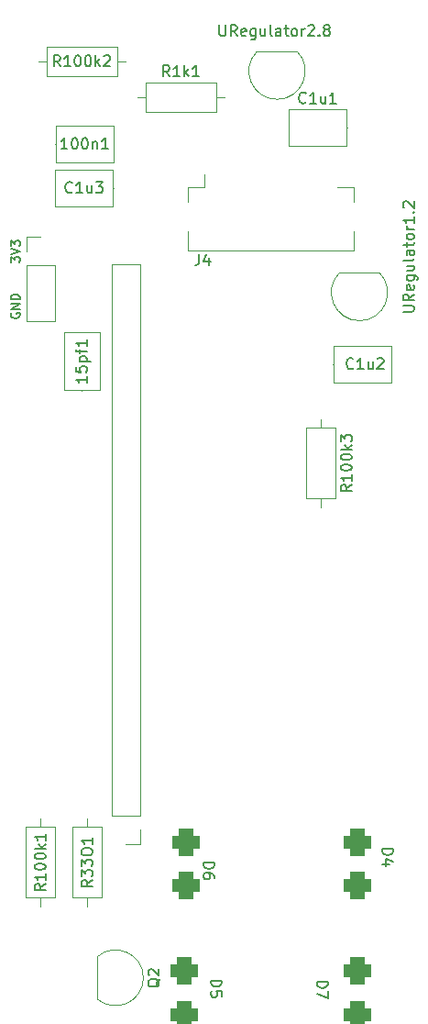
<source format=gto>
G04 #@! TF.GenerationSoftware,KiCad,Pcbnew,(6.0.7)*
G04 #@! TF.CreationDate,2023-02-03T15:20:41+01:00*
G04 #@! TF.ProjectId,vogelhuisje_camera_board,766f6765-6c68-4756-9973-6a655f63616d,rev?*
G04 #@! TF.SameCoordinates,Original*
G04 #@! TF.FileFunction,Legend,Top*
G04 #@! TF.FilePolarity,Positive*
%FSLAX46Y46*%
G04 Gerber Fmt 4.6, Leading zero omitted, Abs format (unit mm)*
G04 Created by KiCad (PCBNEW (6.0.7)) date 2023-02-03 15:20:41*
%MOMM*%
%LPD*%
G01*
G04 APERTURE LIST*
G04 Aperture macros list*
%AMRoundRect*
0 Rectangle with rounded corners*
0 $1 Rounding radius*
0 $2 $3 $4 $5 $6 $7 $8 $9 X,Y pos of 4 corners*
0 Add a 4 corners polygon primitive as box body*
4,1,4,$2,$3,$4,$5,$6,$7,$8,$9,$2,$3,0*
0 Add four circle primitives for the rounded corners*
1,1,$1+$1,$2,$3*
1,1,$1+$1,$4,$5*
1,1,$1+$1,$6,$7*
1,1,$1+$1,$8,$9*
0 Add four rect primitives between the rounded corners*
20,1,$1+$1,$2,$3,$4,$5,0*
20,1,$1+$1,$4,$5,$6,$7,0*
20,1,$1+$1,$6,$7,$8,$9,0*
20,1,$1+$1,$8,$9,$2,$3,0*%
G04 Aperture macros list end*
%ADD10C,0.152400*%
%ADD11C,0.150000*%
%ADD12C,0.120000*%
%ADD13RoundRect,0.625000X0.675000X0.625000X-0.675000X0.625000X-0.675000X-0.625000X0.675000X-0.625000X0*%
%ADD14C,1.600000*%
%ADD15O,1.600000X1.600000*%
%ADD16R,1.500000X1.050000*%
%ADD17O,1.500000X1.050000*%
%ADD18R,0.300000X1.300000*%
%ADD19R,1.800000X2.200000*%
%ADD20R,1.700000X1.700000*%
%ADD21O,1.700000X1.700000*%
%ADD22R,1.300000X1.300000*%
%ADD23C,1.300000*%
G04 APERTURE END LIST*
D10*
X91033600Y-83169276D02*
X90994895Y-83246685D01*
X90994895Y-83362800D01*
X91033600Y-83478914D01*
X91111009Y-83556323D01*
X91188419Y-83595028D01*
X91343238Y-83633733D01*
X91459352Y-83633733D01*
X91614171Y-83595028D01*
X91691580Y-83556323D01*
X91768990Y-83478914D01*
X91807695Y-83362800D01*
X91807695Y-83285390D01*
X91768990Y-83169276D01*
X91730285Y-83130571D01*
X91459352Y-83130571D01*
X91459352Y-83285390D01*
X91807695Y-82782228D02*
X90994895Y-82782228D01*
X91807695Y-82317771D01*
X90994895Y-82317771D01*
X91807695Y-81930723D02*
X90994895Y-81930723D01*
X90994895Y-81737200D01*
X91033600Y-81621085D01*
X91111009Y-81543676D01*
X91188419Y-81504971D01*
X91343238Y-81466266D01*
X91459352Y-81466266D01*
X91614171Y-81504971D01*
X91691580Y-81543676D01*
X91768990Y-81621085D01*
X91807695Y-81737200D01*
X91807695Y-81930723D01*
X90994895Y-78476323D02*
X90994895Y-77973161D01*
X91304533Y-78244095D01*
X91304533Y-78127980D01*
X91343238Y-78050571D01*
X91381942Y-78011866D01*
X91459352Y-77973161D01*
X91652876Y-77973161D01*
X91730285Y-78011866D01*
X91768990Y-78050571D01*
X91807695Y-78127980D01*
X91807695Y-78360209D01*
X91768990Y-78437619D01*
X91730285Y-78476323D01*
X90994895Y-77740933D02*
X91807695Y-77470000D01*
X90994895Y-77199066D01*
X90994895Y-77005542D02*
X90994895Y-76502380D01*
X91304533Y-76773314D01*
X91304533Y-76657200D01*
X91343238Y-76579790D01*
X91381942Y-76541085D01*
X91459352Y-76502380D01*
X91652876Y-76502380D01*
X91730285Y-76541085D01*
X91768990Y-76579790D01*
X91807695Y-76657200D01*
X91807695Y-76889428D01*
X91768990Y-76966838D01*
X91730285Y-77005542D01*
D11*
X119247619Y-144861904D02*
X120247619Y-144861904D01*
X120247619Y-145100000D01*
X120200000Y-145242857D01*
X120104761Y-145338095D01*
X120009523Y-145385714D01*
X119819047Y-145433333D01*
X119676190Y-145433333D01*
X119485714Y-145385714D01*
X119390476Y-145338095D01*
X119295238Y-145242857D01*
X119247619Y-145100000D01*
X119247619Y-144861904D01*
X120247619Y-145766666D02*
X120247619Y-146433333D01*
X119247619Y-146004761D01*
X95536000Y-60396380D02*
X95202666Y-59920190D01*
X94964571Y-60396380D02*
X94964571Y-59396380D01*
X95345523Y-59396380D01*
X95440761Y-59444000D01*
X95488380Y-59491619D01*
X95536000Y-59586857D01*
X95536000Y-59729714D01*
X95488380Y-59824952D01*
X95440761Y-59872571D01*
X95345523Y-59920190D01*
X94964571Y-59920190D01*
X96488380Y-60396380D02*
X95916952Y-60396380D01*
X96202666Y-60396380D02*
X96202666Y-59396380D01*
X96107428Y-59539238D01*
X96012190Y-59634476D01*
X95916952Y-59682095D01*
X97107428Y-59396380D02*
X97202666Y-59396380D01*
X97297904Y-59444000D01*
X97345523Y-59491619D01*
X97393142Y-59586857D01*
X97440761Y-59777333D01*
X97440761Y-60015428D01*
X97393142Y-60205904D01*
X97345523Y-60301142D01*
X97297904Y-60348761D01*
X97202666Y-60396380D01*
X97107428Y-60396380D01*
X97012190Y-60348761D01*
X96964571Y-60301142D01*
X96916952Y-60205904D01*
X96869333Y-60015428D01*
X96869333Y-59777333D01*
X96916952Y-59586857D01*
X96964571Y-59491619D01*
X97012190Y-59444000D01*
X97107428Y-59396380D01*
X98059809Y-59396380D02*
X98155047Y-59396380D01*
X98250285Y-59444000D01*
X98297904Y-59491619D01*
X98345523Y-59586857D01*
X98393142Y-59777333D01*
X98393142Y-60015428D01*
X98345523Y-60205904D01*
X98297904Y-60301142D01*
X98250285Y-60348761D01*
X98155047Y-60396380D01*
X98059809Y-60396380D01*
X97964571Y-60348761D01*
X97916952Y-60301142D01*
X97869333Y-60205904D01*
X97821714Y-60015428D01*
X97821714Y-59777333D01*
X97869333Y-59586857D01*
X97916952Y-59491619D01*
X97964571Y-59444000D01*
X98059809Y-59396380D01*
X98821714Y-60396380D02*
X98821714Y-59396380D01*
X98916952Y-60015428D02*
X99202666Y-60396380D01*
X99202666Y-59729714D02*
X98821714Y-60110666D01*
X99583619Y-59491619D02*
X99631238Y-59444000D01*
X99726476Y-59396380D01*
X99964571Y-59396380D01*
X100059809Y-59444000D01*
X100107428Y-59491619D01*
X100155047Y-59586857D01*
X100155047Y-59682095D01*
X100107428Y-59824952D01*
X99536000Y-60396380D01*
X100155047Y-60396380D01*
X104749619Y-144611238D02*
X104702000Y-144706476D01*
X104606761Y-144801714D01*
X104463904Y-144944571D01*
X104416285Y-145039809D01*
X104416285Y-145135047D01*
X104654380Y-145087428D02*
X104606761Y-145182666D01*
X104511523Y-145277904D01*
X104321047Y-145325523D01*
X103987714Y-145325523D01*
X103797238Y-145277904D01*
X103702000Y-145182666D01*
X103654380Y-145087428D01*
X103654380Y-144896952D01*
X103702000Y-144801714D01*
X103797238Y-144706476D01*
X103987714Y-144658857D01*
X104321047Y-144658857D01*
X104511523Y-144706476D01*
X104606761Y-144801714D01*
X104654380Y-144896952D01*
X104654380Y-145087428D01*
X103749619Y-144277904D02*
X103702000Y-144230285D01*
X103654380Y-144135047D01*
X103654380Y-143896952D01*
X103702000Y-143801714D01*
X103749619Y-143754095D01*
X103844857Y-143706476D01*
X103940095Y-143706476D01*
X104082952Y-143754095D01*
X104654380Y-144325523D01*
X104654380Y-143706476D01*
X108767619Y-133881904D02*
X109767619Y-133881904D01*
X109767619Y-134120000D01*
X109720000Y-134262857D01*
X109624761Y-134358095D01*
X109529523Y-134405714D01*
X109339047Y-134453333D01*
X109196190Y-134453333D01*
X109005714Y-134405714D01*
X108910476Y-134358095D01*
X108815238Y-134262857D01*
X108767619Y-134120000D01*
X108767619Y-133881904D01*
X109767619Y-135310476D02*
X109767619Y-135120000D01*
X109720000Y-135024761D01*
X109672380Y-134977142D01*
X109529523Y-134881904D01*
X109339047Y-134834285D01*
X108958095Y-134834285D01*
X108862857Y-134881904D01*
X108815238Y-134929523D01*
X108767619Y-135024761D01*
X108767619Y-135215238D01*
X108815238Y-135310476D01*
X108862857Y-135358095D01*
X108958095Y-135405714D01*
X109196190Y-135405714D01*
X109291428Y-135358095D01*
X109339047Y-135310476D01*
X109386666Y-135215238D01*
X109386666Y-135024761D01*
X109339047Y-134929523D01*
X109291428Y-134881904D01*
X109196190Y-134834285D01*
X108366666Y-77752380D02*
X108366666Y-78466666D01*
X108319047Y-78609523D01*
X108223809Y-78704761D01*
X108080952Y-78752380D01*
X107985714Y-78752380D01*
X109271428Y-78085714D02*
X109271428Y-78752380D01*
X109033333Y-77704761D02*
X108795238Y-78419047D01*
X109414285Y-78419047D01*
X122602761Y-88241142D02*
X122555142Y-88288761D01*
X122412285Y-88336380D01*
X122317047Y-88336380D01*
X122174190Y-88288761D01*
X122078952Y-88193523D01*
X122031333Y-88098285D01*
X121983714Y-87907809D01*
X121983714Y-87764952D01*
X122031333Y-87574476D01*
X122078952Y-87479238D01*
X122174190Y-87384000D01*
X122317047Y-87336380D01*
X122412285Y-87336380D01*
X122555142Y-87384000D01*
X122602761Y-87431619D01*
X123555142Y-88336380D02*
X122983714Y-88336380D01*
X123269428Y-88336380D02*
X123269428Y-87336380D01*
X123174190Y-87479238D01*
X123078952Y-87574476D01*
X122983714Y-87622095D01*
X124412285Y-87669714D02*
X124412285Y-88336380D01*
X123983714Y-87669714D02*
X123983714Y-88193523D01*
X124031333Y-88288761D01*
X124126571Y-88336380D01*
X124269428Y-88336380D01*
X124364666Y-88288761D01*
X124412285Y-88241142D01*
X124840857Y-87431619D02*
X124888476Y-87384000D01*
X124983714Y-87336380D01*
X125221809Y-87336380D01*
X125317047Y-87384000D01*
X125364666Y-87431619D01*
X125412285Y-87526857D01*
X125412285Y-87622095D01*
X125364666Y-87764952D01*
X124793238Y-88336380D01*
X125412285Y-88336380D01*
X122456380Y-99028000D02*
X121980190Y-99361333D01*
X122456380Y-99599428D02*
X121456380Y-99599428D01*
X121456380Y-99218476D01*
X121504000Y-99123238D01*
X121551619Y-99075619D01*
X121646857Y-99028000D01*
X121789714Y-99028000D01*
X121884952Y-99075619D01*
X121932571Y-99123238D01*
X121980190Y-99218476D01*
X121980190Y-99599428D01*
X122456380Y-98075619D02*
X122456380Y-98647047D01*
X122456380Y-98361333D02*
X121456380Y-98361333D01*
X121599238Y-98456571D01*
X121694476Y-98551809D01*
X121742095Y-98647047D01*
X121456380Y-97456571D02*
X121456380Y-97361333D01*
X121504000Y-97266095D01*
X121551619Y-97218476D01*
X121646857Y-97170857D01*
X121837333Y-97123238D01*
X122075428Y-97123238D01*
X122265904Y-97170857D01*
X122361142Y-97218476D01*
X122408761Y-97266095D01*
X122456380Y-97361333D01*
X122456380Y-97456571D01*
X122408761Y-97551809D01*
X122361142Y-97599428D01*
X122265904Y-97647047D01*
X122075428Y-97694666D01*
X121837333Y-97694666D01*
X121646857Y-97647047D01*
X121551619Y-97599428D01*
X121504000Y-97551809D01*
X121456380Y-97456571D01*
X121456380Y-96504190D02*
X121456380Y-96408952D01*
X121504000Y-96313714D01*
X121551619Y-96266095D01*
X121646857Y-96218476D01*
X121837333Y-96170857D01*
X122075428Y-96170857D01*
X122265904Y-96218476D01*
X122361142Y-96266095D01*
X122408761Y-96313714D01*
X122456380Y-96408952D01*
X122456380Y-96504190D01*
X122408761Y-96599428D01*
X122361142Y-96647047D01*
X122265904Y-96694666D01*
X122075428Y-96742285D01*
X121837333Y-96742285D01*
X121646857Y-96694666D01*
X121551619Y-96647047D01*
X121504000Y-96599428D01*
X121456380Y-96504190D01*
X122456380Y-95742285D02*
X121456380Y-95742285D01*
X122075428Y-95647047D02*
X122456380Y-95361333D01*
X121789714Y-95361333D02*
X122170666Y-95742285D01*
X121456380Y-95028000D02*
X121456380Y-94408952D01*
X121837333Y-94742285D01*
X121837333Y-94599428D01*
X121884952Y-94504190D01*
X121932571Y-94456571D01*
X122027809Y-94408952D01*
X122265904Y-94408952D01*
X122361142Y-94456571D01*
X122408761Y-94504190D01*
X122456380Y-94599428D01*
X122456380Y-94885142D01*
X122408761Y-94980380D01*
X122361142Y-95028000D01*
X110244571Y-56602380D02*
X110244571Y-57411904D01*
X110292190Y-57507142D01*
X110339809Y-57554761D01*
X110435047Y-57602380D01*
X110625523Y-57602380D01*
X110720761Y-57554761D01*
X110768380Y-57507142D01*
X110816000Y-57411904D01*
X110816000Y-56602380D01*
X111863619Y-57602380D02*
X111530285Y-57126190D01*
X111292190Y-57602380D02*
X111292190Y-56602380D01*
X111673142Y-56602380D01*
X111768380Y-56650000D01*
X111816000Y-56697619D01*
X111863619Y-56792857D01*
X111863619Y-56935714D01*
X111816000Y-57030952D01*
X111768380Y-57078571D01*
X111673142Y-57126190D01*
X111292190Y-57126190D01*
X112673142Y-57554761D02*
X112577904Y-57602380D01*
X112387428Y-57602380D01*
X112292190Y-57554761D01*
X112244571Y-57459523D01*
X112244571Y-57078571D01*
X112292190Y-56983333D01*
X112387428Y-56935714D01*
X112577904Y-56935714D01*
X112673142Y-56983333D01*
X112720761Y-57078571D01*
X112720761Y-57173809D01*
X112244571Y-57269047D01*
X113577904Y-56935714D02*
X113577904Y-57745238D01*
X113530285Y-57840476D01*
X113482666Y-57888095D01*
X113387428Y-57935714D01*
X113244571Y-57935714D01*
X113149333Y-57888095D01*
X113577904Y-57554761D02*
X113482666Y-57602380D01*
X113292190Y-57602380D01*
X113196952Y-57554761D01*
X113149333Y-57507142D01*
X113101714Y-57411904D01*
X113101714Y-57126190D01*
X113149333Y-57030952D01*
X113196952Y-56983333D01*
X113292190Y-56935714D01*
X113482666Y-56935714D01*
X113577904Y-56983333D01*
X114482666Y-56935714D02*
X114482666Y-57602380D01*
X114054095Y-56935714D02*
X114054095Y-57459523D01*
X114101714Y-57554761D01*
X114196952Y-57602380D01*
X114339809Y-57602380D01*
X114435047Y-57554761D01*
X114482666Y-57507142D01*
X115101714Y-57602380D02*
X115006476Y-57554761D01*
X114958857Y-57459523D01*
X114958857Y-56602380D01*
X115911238Y-57602380D02*
X115911238Y-57078571D01*
X115863619Y-56983333D01*
X115768380Y-56935714D01*
X115577904Y-56935714D01*
X115482666Y-56983333D01*
X115911238Y-57554761D02*
X115816000Y-57602380D01*
X115577904Y-57602380D01*
X115482666Y-57554761D01*
X115435047Y-57459523D01*
X115435047Y-57364285D01*
X115482666Y-57269047D01*
X115577904Y-57221428D01*
X115816000Y-57221428D01*
X115911238Y-57173809D01*
X116244571Y-56935714D02*
X116625523Y-56935714D01*
X116387428Y-56602380D02*
X116387428Y-57459523D01*
X116435047Y-57554761D01*
X116530285Y-57602380D01*
X116625523Y-57602380D01*
X117101714Y-57602380D02*
X117006476Y-57554761D01*
X116958857Y-57507142D01*
X116911238Y-57411904D01*
X116911238Y-57126190D01*
X116958857Y-57030952D01*
X117006476Y-56983333D01*
X117101714Y-56935714D01*
X117244571Y-56935714D01*
X117339809Y-56983333D01*
X117387428Y-57030952D01*
X117435047Y-57126190D01*
X117435047Y-57411904D01*
X117387428Y-57507142D01*
X117339809Y-57554761D01*
X117244571Y-57602380D01*
X117101714Y-57602380D01*
X117863619Y-57602380D02*
X117863619Y-56935714D01*
X117863619Y-57126190D02*
X117911238Y-57030952D01*
X117958857Y-56983333D01*
X118054095Y-56935714D01*
X118149333Y-56935714D01*
X118435047Y-56697619D02*
X118482666Y-56650000D01*
X118577904Y-56602380D01*
X118816000Y-56602380D01*
X118911238Y-56650000D01*
X118958857Y-56697619D01*
X119006476Y-56792857D01*
X119006476Y-56888095D01*
X118958857Y-57030952D01*
X118387428Y-57602380D01*
X119006476Y-57602380D01*
X119435047Y-57507142D02*
X119482666Y-57554761D01*
X119435047Y-57602380D01*
X119387428Y-57554761D01*
X119435047Y-57507142D01*
X119435047Y-57602380D01*
X120054095Y-57030952D02*
X119958857Y-56983333D01*
X119911238Y-56935714D01*
X119863619Y-56840476D01*
X119863619Y-56792857D01*
X119911238Y-56697619D01*
X119958857Y-56650000D01*
X120054095Y-56602380D01*
X120244571Y-56602380D01*
X120339809Y-56650000D01*
X120387428Y-56697619D01*
X120435047Y-56792857D01*
X120435047Y-56840476D01*
X120387428Y-56935714D01*
X120339809Y-56983333D01*
X120244571Y-57030952D01*
X120054095Y-57030952D01*
X119958857Y-57078571D01*
X119911238Y-57126190D01*
X119863619Y-57221428D01*
X119863619Y-57411904D01*
X119911238Y-57507142D01*
X119958857Y-57554761D01*
X120054095Y-57602380D01*
X120244571Y-57602380D01*
X120339809Y-57554761D01*
X120387428Y-57507142D01*
X120435047Y-57411904D01*
X120435047Y-57221428D01*
X120387428Y-57126190D01*
X120339809Y-57078571D01*
X120244571Y-57030952D01*
X96194761Y-68016380D02*
X95623333Y-68016380D01*
X95909047Y-68016380D02*
X95909047Y-67016380D01*
X95813809Y-67159238D01*
X95718571Y-67254476D01*
X95623333Y-67302095D01*
X96813809Y-67016380D02*
X96909047Y-67016380D01*
X97004285Y-67064000D01*
X97051904Y-67111619D01*
X97099523Y-67206857D01*
X97147142Y-67397333D01*
X97147142Y-67635428D01*
X97099523Y-67825904D01*
X97051904Y-67921142D01*
X97004285Y-67968761D01*
X96909047Y-68016380D01*
X96813809Y-68016380D01*
X96718571Y-67968761D01*
X96670952Y-67921142D01*
X96623333Y-67825904D01*
X96575714Y-67635428D01*
X96575714Y-67397333D01*
X96623333Y-67206857D01*
X96670952Y-67111619D01*
X96718571Y-67064000D01*
X96813809Y-67016380D01*
X97766190Y-67016380D02*
X97861428Y-67016380D01*
X97956666Y-67064000D01*
X98004285Y-67111619D01*
X98051904Y-67206857D01*
X98099523Y-67397333D01*
X98099523Y-67635428D01*
X98051904Y-67825904D01*
X98004285Y-67921142D01*
X97956666Y-67968761D01*
X97861428Y-68016380D01*
X97766190Y-68016380D01*
X97670952Y-67968761D01*
X97623333Y-67921142D01*
X97575714Y-67825904D01*
X97528095Y-67635428D01*
X97528095Y-67397333D01*
X97575714Y-67206857D01*
X97623333Y-67111619D01*
X97670952Y-67064000D01*
X97766190Y-67016380D01*
X98528095Y-67349714D02*
X98528095Y-68016380D01*
X98528095Y-67444952D02*
X98575714Y-67397333D01*
X98670952Y-67349714D01*
X98813809Y-67349714D01*
X98909047Y-67397333D01*
X98956666Y-67492571D01*
X98956666Y-68016380D01*
X99956666Y-68016380D02*
X99385238Y-68016380D01*
X99670952Y-68016380D02*
X99670952Y-67016380D01*
X99575714Y-67159238D01*
X99480476Y-67254476D01*
X99385238Y-67302095D01*
X125277619Y-132611904D02*
X126277619Y-132611904D01*
X126277619Y-132850000D01*
X126230000Y-132992857D01*
X126134761Y-133088095D01*
X126039523Y-133135714D01*
X125849047Y-133183333D01*
X125706190Y-133183333D01*
X125515714Y-133135714D01*
X125420476Y-133088095D01*
X125325238Y-132992857D01*
X125277619Y-132850000D01*
X125277619Y-132611904D01*
X125944285Y-134040476D02*
X125277619Y-134040476D01*
X126325238Y-133802380D02*
X125610952Y-133564285D01*
X125610952Y-134183333D01*
X96634761Y-71985142D02*
X96587142Y-72032761D01*
X96444285Y-72080380D01*
X96349047Y-72080380D01*
X96206190Y-72032761D01*
X96110952Y-71937523D01*
X96063333Y-71842285D01*
X96015714Y-71651809D01*
X96015714Y-71508952D01*
X96063333Y-71318476D01*
X96110952Y-71223238D01*
X96206190Y-71128000D01*
X96349047Y-71080380D01*
X96444285Y-71080380D01*
X96587142Y-71128000D01*
X96634761Y-71175619D01*
X97587142Y-72080380D02*
X97015714Y-72080380D01*
X97301428Y-72080380D02*
X97301428Y-71080380D01*
X97206190Y-71223238D01*
X97110952Y-71318476D01*
X97015714Y-71366095D01*
X98444285Y-71413714D02*
X98444285Y-72080380D01*
X98015714Y-71413714D02*
X98015714Y-71937523D01*
X98063333Y-72032761D01*
X98158571Y-72080380D01*
X98301428Y-72080380D01*
X98396666Y-72032761D01*
X98444285Y-71985142D01*
X98825238Y-71080380D02*
X99444285Y-71080380D01*
X99110952Y-71461333D01*
X99253809Y-71461333D01*
X99349047Y-71508952D01*
X99396666Y-71556571D01*
X99444285Y-71651809D01*
X99444285Y-71889904D01*
X99396666Y-71985142D01*
X99349047Y-72032761D01*
X99253809Y-72080380D01*
X98968095Y-72080380D01*
X98872857Y-72032761D01*
X98825238Y-71985142D01*
X94178380Y-135858000D02*
X93702190Y-136191333D01*
X94178380Y-136429428D02*
X93178380Y-136429428D01*
X93178380Y-136048476D01*
X93226000Y-135953238D01*
X93273619Y-135905619D01*
X93368857Y-135858000D01*
X93511714Y-135858000D01*
X93606952Y-135905619D01*
X93654571Y-135953238D01*
X93702190Y-136048476D01*
X93702190Y-136429428D01*
X94178380Y-134905619D02*
X94178380Y-135477047D01*
X94178380Y-135191333D02*
X93178380Y-135191333D01*
X93321238Y-135286571D01*
X93416476Y-135381809D01*
X93464095Y-135477047D01*
X93178380Y-134286571D02*
X93178380Y-134191333D01*
X93226000Y-134096095D01*
X93273619Y-134048476D01*
X93368857Y-134000857D01*
X93559333Y-133953238D01*
X93797428Y-133953238D01*
X93987904Y-134000857D01*
X94083142Y-134048476D01*
X94130761Y-134096095D01*
X94178380Y-134191333D01*
X94178380Y-134286571D01*
X94130761Y-134381809D01*
X94083142Y-134429428D01*
X93987904Y-134477047D01*
X93797428Y-134524666D01*
X93559333Y-134524666D01*
X93368857Y-134477047D01*
X93273619Y-134429428D01*
X93226000Y-134381809D01*
X93178380Y-134286571D01*
X93178380Y-133334190D02*
X93178380Y-133238952D01*
X93226000Y-133143714D01*
X93273619Y-133096095D01*
X93368857Y-133048476D01*
X93559333Y-133000857D01*
X93797428Y-133000857D01*
X93987904Y-133048476D01*
X94083142Y-133096095D01*
X94130761Y-133143714D01*
X94178380Y-133238952D01*
X94178380Y-133334190D01*
X94130761Y-133429428D01*
X94083142Y-133477047D01*
X93987904Y-133524666D01*
X93797428Y-133572285D01*
X93559333Y-133572285D01*
X93368857Y-133524666D01*
X93273619Y-133477047D01*
X93226000Y-133429428D01*
X93178380Y-133334190D01*
X94178380Y-132572285D02*
X93178380Y-132572285D01*
X93797428Y-132477047D02*
X94178380Y-132191333D01*
X93511714Y-132191333D02*
X93892666Y-132572285D01*
X94178380Y-131238952D02*
X94178380Y-131810380D01*
X94178380Y-131524666D02*
X93178380Y-131524666D01*
X93321238Y-131619904D01*
X93416476Y-131715142D01*
X93464095Y-131810380D01*
X105632380Y-61328380D02*
X105299047Y-60852190D01*
X105060952Y-61328380D02*
X105060952Y-60328380D01*
X105441904Y-60328380D01*
X105537142Y-60376000D01*
X105584761Y-60423619D01*
X105632380Y-60518857D01*
X105632380Y-60661714D01*
X105584761Y-60756952D01*
X105537142Y-60804571D01*
X105441904Y-60852190D01*
X105060952Y-60852190D01*
X106584761Y-61328380D02*
X106013333Y-61328380D01*
X106299047Y-61328380D02*
X106299047Y-60328380D01*
X106203809Y-60471238D01*
X106108571Y-60566476D01*
X106013333Y-60614095D01*
X107013333Y-61328380D02*
X107013333Y-60328380D01*
X107108571Y-60947428D02*
X107394285Y-61328380D01*
X107394285Y-60661714D02*
X107013333Y-61042666D01*
X108346666Y-61328380D02*
X107775238Y-61328380D01*
X108060952Y-61328380D02*
X108060952Y-60328380D01*
X107965714Y-60471238D01*
X107870476Y-60566476D01*
X107775238Y-60614095D01*
X109447619Y-144761904D02*
X110447619Y-144761904D01*
X110447619Y-145000000D01*
X110400000Y-145142857D01*
X110304761Y-145238095D01*
X110209523Y-145285714D01*
X110019047Y-145333333D01*
X109876190Y-145333333D01*
X109685714Y-145285714D01*
X109590476Y-145238095D01*
X109495238Y-145142857D01*
X109447619Y-145000000D01*
X109447619Y-144761904D01*
X110447619Y-146238095D02*
X110447619Y-145761904D01*
X109971428Y-145714285D01*
X110019047Y-145761904D01*
X110066666Y-145857142D01*
X110066666Y-146095238D01*
X110019047Y-146190476D01*
X109971428Y-146238095D01*
X109876190Y-146285714D01*
X109638095Y-146285714D01*
X109542857Y-146238095D01*
X109495238Y-146190476D01*
X109447619Y-146095238D01*
X109447619Y-145857142D01*
X109495238Y-145761904D01*
X109542857Y-145714285D01*
X97988380Y-89034761D02*
X97988380Y-89606190D01*
X97988380Y-89320476D02*
X96988380Y-89320476D01*
X97131238Y-89415714D01*
X97226476Y-89510952D01*
X97274095Y-89606190D01*
X96988380Y-88130000D02*
X96988380Y-88606190D01*
X97464571Y-88653809D01*
X97416952Y-88606190D01*
X97369333Y-88510952D01*
X97369333Y-88272857D01*
X97416952Y-88177619D01*
X97464571Y-88130000D01*
X97559809Y-88082380D01*
X97797904Y-88082380D01*
X97893142Y-88130000D01*
X97940761Y-88177619D01*
X97988380Y-88272857D01*
X97988380Y-88510952D01*
X97940761Y-88606190D01*
X97893142Y-88653809D01*
X97321714Y-87653809D02*
X98321714Y-87653809D01*
X97369333Y-87653809D02*
X97321714Y-87558571D01*
X97321714Y-87368095D01*
X97369333Y-87272857D01*
X97416952Y-87225238D01*
X97512190Y-87177619D01*
X97797904Y-87177619D01*
X97893142Y-87225238D01*
X97940761Y-87272857D01*
X97988380Y-87368095D01*
X97988380Y-87558571D01*
X97940761Y-87653809D01*
X97321714Y-86891904D02*
X97321714Y-86510952D01*
X97988380Y-86749047D02*
X97131238Y-86749047D01*
X97036000Y-86701428D01*
X96988380Y-86606190D01*
X96988380Y-86510952D01*
X97988380Y-85653809D02*
X97988380Y-86225238D01*
X97988380Y-85939523D02*
X96988380Y-85939523D01*
X97131238Y-86034761D01*
X97226476Y-86130000D01*
X97274095Y-86225238D01*
X98496380Y-135500857D02*
X98020190Y-135834190D01*
X98496380Y-136072285D02*
X97496380Y-136072285D01*
X97496380Y-135691333D01*
X97544000Y-135596095D01*
X97591619Y-135548476D01*
X97686857Y-135500857D01*
X97829714Y-135500857D01*
X97924952Y-135548476D01*
X97972571Y-135596095D01*
X98020190Y-135691333D01*
X98020190Y-136072285D01*
X97496380Y-135167523D02*
X97496380Y-134548476D01*
X97877333Y-134881809D01*
X97877333Y-134738952D01*
X97924952Y-134643714D01*
X97972571Y-134596095D01*
X98067809Y-134548476D01*
X98305904Y-134548476D01*
X98401142Y-134596095D01*
X98448761Y-134643714D01*
X98496380Y-134738952D01*
X98496380Y-135024666D01*
X98448761Y-135119904D01*
X98401142Y-135167523D01*
X97496380Y-134215142D02*
X97496380Y-133596095D01*
X97877333Y-133929428D01*
X97877333Y-133786571D01*
X97924952Y-133691333D01*
X97972571Y-133643714D01*
X98067809Y-133596095D01*
X98305904Y-133596095D01*
X98401142Y-133643714D01*
X98448761Y-133691333D01*
X98496380Y-133786571D01*
X98496380Y-134072285D01*
X98448761Y-134167523D01*
X98401142Y-134215142D01*
X97496380Y-132977047D02*
X97496380Y-132786571D01*
X97544000Y-132691333D01*
X97639238Y-132596095D01*
X97829714Y-132548476D01*
X98163047Y-132548476D01*
X98353523Y-132596095D01*
X98448761Y-132691333D01*
X98496380Y-132786571D01*
X98496380Y-132977047D01*
X98448761Y-133072285D01*
X98353523Y-133167523D01*
X98163047Y-133215142D01*
X97829714Y-133215142D01*
X97639238Y-133167523D01*
X97544000Y-133072285D01*
X97496380Y-132977047D01*
X98496380Y-131596095D02*
X98496380Y-132167523D01*
X98496380Y-131881809D02*
X97496380Y-131881809D01*
X97639238Y-131977047D01*
X97734476Y-132072285D01*
X97782095Y-132167523D01*
X118224761Y-63727142D02*
X118177142Y-63774761D01*
X118034285Y-63822380D01*
X117939047Y-63822380D01*
X117796190Y-63774761D01*
X117700952Y-63679523D01*
X117653333Y-63584285D01*
X117605714Y-63393809D01*
X117605714Y-63250952D01*
X117653333Y-63060476D01*
X117700952Y-62965238D01*
X117796190Y-62870000D01*
X117939047Y-62822380D01*
X118034285Y-62822380D01*
X118177142Y-62870000D01*
X118224761Y-62917619D01*
X119177142Y-63822380D02*
X118605714Y-63822380D01*
X118891428Y-63822380D02*
X118891428Y-62822380D01*
X118796190Y-62965238D01*
X118700952Y-63060476D01*
X118605714Y-63108095D01*
X120034285Y-63155714D02*
X120034285Y-63822380D01*
X119605714Y-63155714D02*
X119605714Y-63679523D01*
X119653333Y-63774761D01*
X119748571Y-63822380D01*
X119891428Y-63822380D01*
X119986666Y-63774761D01*
X120034285Y-63727142D01*
X121034285Y-63822380D02*
X120462857Y-63822380D01*
X120748571Y-63822380D02*
X120748571Y-62822380D01*
X120653333Y-62965238D01*
X120558095Y-63060476D01*
X120462857Y-63108095D01*
X127214380Y-83049428D02*
X128023904Y-83049428D01*
X128119142Y-83001809D01*
X128166761Y-82954190D01*
X128214380Y-82858952D01*
X128214380Y-82668476D01*
X128166761Y-82573238D01*
X128119142Y-82525619D01*
X128023904Y-82478000D01*
X127214380Y-82478000D01*
X128214380Y-81430380D02*
X127738190Y-81763714D01*
X128214380Y-82001809D02*
X127214380Y-82001809D01*
X127214380Y-81620857D01*
X127262000Y-81525619D01*
X127309619Y-81478000D01*
X127404857Y-81430380D01*
X127547714Y-81430380D01*
X127642952Y-81478000D01*
X127690571Y-81525619D01*
X127738190Y-81620857D01*
X127738190Y-82001809D01*
X128166761Y-80620857D02*
X128214380Y-80716095D01*
X128214380Y-80906571D01*
X128166761Y-81001809D01*
X128071523Y-81049428D01*
X127690571Y-81049428D01*
X127595333Y-81001809D01*
X127547714Y-80906571D01*
X127547714Y-80716095D01*
X127595333Y-80620857D01*
X127690571Y-80573238D01*
X127785809Y-80573238D01*
X127881047Y-81049428D01*
X127547714Y-79716095D02*
X128357238Y-79716095D01*
X128452476Y-79763714D01*
X128500095Y-79811333D01*
X128547714Y-79906571D01*
X128547714Y-80049428D01*
X128500095Y-80144666D01*
X128166761Y-79716095D02*
X128214380Y-79811333D01*
X128214380Y-80001809D01*
X128166761Y-80097047D01*
X128119142Y-80144666D01*
X128023904Y-80192285D01*
X127738190Y-80192285D01*
X127642952Y-80144666D01*
X127595333Y-80097047D01*
X127547714Y-80001809D01*
X127547714Y-79811333D01*
X127595333Y-79716095D01*
X127547714Y-78811333D02*
X128214380Y-78811333D01*
X127547714Y-79239904D02*
X128071523Y-79239904D01*
X128166761Y-79192285D01*
X128214380Y-79097047D01*
X128214380Y-78954190D01*
X128166761Y-78858952D01*
X128119142Y-78811333D01*
X128214380Y-78192285D02*
X128166761Y-78287523D01*
X128071523Y-78335142D01*
X127214380Y-78335142D01*
X128214380Y-77382761D02*
X127690571Y-77382761D01*
X127595333Y-77430380D01*
X127547714Y-77525619D01*
X127547714Y-77716095D01*
X127595333Y-77811333D01*
X128166761Y-77382761D02*
X128214380Y-77478000D01*
X128214380Y-77716095D01*
X128166761Y-77811333D01*
X128071523Y-77858952D01*
X127976285Y-77858952D01*
X127881047Y-77811333D01*
X127833428Y-77716095D01*
X127833428Y-77478000D01*
X127785809Y-77382761D01*
X127547714Y-77049428D02*
X127547714Y-76668476D01*
X127214380Y-76906571D02*
X128071523Y-76906571D01*
X128166761Y-76858952D01*
X128214380Y-76763714D01*
X128214380Y-76668476D01*
X128214380Y-76192285D02*
X128166761Y-76287523D01*
X128119142Y-76335142D01*
X128023904Y-76382761D01*
X127738190Y-76382761D01*
X127642952Y-76335142D01*
X127595333Y-76287523D01*
X127547714Y-76192285D01*
X127547714Y-76049428D01*
X127595333Y-75954190D01*
X127642952Y-75906571D01*
X127738190Y-75858952D01*
X128023904Y-75858952D01*
X128119142Y-75906571D01*
X128166761Y-75954190D01*
X128214380Y-76049428D01*
X128214380Y-76192285D01*
X128214380Y-75430380D02*
X127547714Y-75430380D01*
X127738190Y-75430380D02*
X127642952Y-75382761D01*
X127595333Y-75335142D01*
X127547714Y-75239904D01*
X127547714Y-75144666D01*
X128214380Y-74287523D02*
X128214380Y-74858952D01*
X128214380Y-74573238D02*
X127214380Y-74573238D01*
X127357238Y-74668476D01*
X127452476Y-74763714D01*
X127500095Y-74858952D01*
X128119142Y-73858952D02*
X128166761Y-73811333D01*
X128214380Y-73858952D01*
X128166761Y-73906571D01*
X128119142Y-73858952D01*
X128214380Y-73858952D01*
X127309619Y-73430380D02*
X127262000Y-73382761D01*
X127214380Y-73287523D01*
X127214380Y-73049428D01*
X127262000Y-72954190D01*
X127309619Y-72906571D01*
X127404857Y-72858952D01*
X127500095Y-72858952D01*
X127642952Y-72906571D01*
X128214380Y-73478000D01*
X128214380Y-72858952D01*
D12*
X101576000Y-59944000D02*
X100806000Y-59944000D01*
X94266000Y-58574000D02*
X94266000Y-61314000D01*
X100806000Y-58574000D02*
X94266000Y-58574000D01*
X93496000Y-59944000D02*
X94266000Y-59944000D01*
X100806000Y-61314000D02*
X100806000Y-58574000D01*
X94266000Y-61314000D02*
X100806000Y-61314000D01*
X98942000Y-142576000D02*
X98942000Y-146426000D01*
X98951878Y-146464611D02*
G75*
G03*
X98942000Y-142576000I1690122J1948611D01*
G01*
X107350000Y-71600000D02*
X107350000Y-72940000D01*
X122650000Y-71600000D02*
X122650000Y-72940000D01*
X108840000Y-71600000D02*
X108840000Y-70400000D01*
X122650000Y-77400000D02*
X122650000Y-75660000D01*
X108840000Y-71600000D02*
X107350000Y-71600000D01*
X121160000Y-71600000D02*
X122650000Y-71600000D01*
X107350000Y-75660000D02*
X107350000Y-77400000D01*
X107350000Y-77400000D02*
X122650000Y-77400000D01*
X126114000Y-86214000D02*
X120774000Y-86214000D01*
X126114000Y-89554000D02*
X126114000Y-86214000D01*
X120774000Y-86214000D02*
X120774000Y-89554000D01*
X126154000Y-87884000D02*
X126114000Y-87884000D01*
X120774000Y-89554000D02*
X126114000Y-89554000D01*
X120734000Y-87884000D02*
X120774000Y-87884000D01*
X119634000Y-92988000D02*
X119634000Y-93758000D01*
X118264000Y-100298000D02*
X121004000Y-100298000D01*
X121004000Y-100298000D02*
X121004000Y-93758000D01*
X119634000Y-101068000D02*
X119634000Y-100298000D01*
X121004000Y-93758000D02*
X118264000Y-93758000D01*
X118264000Y-93758000D02*
X118264000Y-100298000D01*
X102930000Y-78680000D02*
X100270000Y-78680000D01*
X102930000Y-130810000D02*
X102930000Y-132140000D01*
X100270000Y-129540000D02*
X100270000Y-78680000D01*
X102930000Y-132140000D02*
X101600000Y-132140000D01*
X102930000Y-129540000D02*
X102930000Y-78680000D01*
X102930000Y-129540000D02*
X100270000Y-129540000D01*
X117370000Y-59004000D02*
X113770000Y-59004000D01*
X115570000Y-63454001D02*
G75*
G03*
X117408478Y-59015522I0J2600001D01*
G01*
X113731522Y-59015522D02*
G75*
G03*
X115570000Y-63454000I1838478J-1838478D01*
G01*
X100460000Y-65894000D02*
X95120000Y-65894000D01*
X95120000Y-69234000D02*
X100460000Y-69234000D01*
X95080000Y-67564000D02*
X95120000Y-67564000D01*
X100500000Y-67564000D02*
X100460000Y-67564000D01*
X95120000Y-65894000D02*
X95120000Y-69234000D01*
X100460000Y-69234000D02*
X100460000Y-65894000D01*
X95060000Y-73298000D02*
X100400000Y-73298000D01*
X95020000Y-71628000D02*
X95060000Y-71628000D01*
X100400000Y-73298000D02*
X100400000Y-69958000D01*
X95060000Y-69958000D02*
X95060000Y-73298000D01*
X100440000Y-71628000D02*
X100400000Y-71628000D01*
X100400000Y-69958000D02*
X95060000Y-69958000D01*
X93726000Y-129818000D02*
X93726000Y-130588000D01*
X93726000Y-137898000D02*
X93726000Y-137128000D01*
X92356000Y-137128000D02*
X95096000Y-137128000D01*
X92356000Y-130588000D02*
X92356000Y-137128000D01*
X95096000Y-137128000D02*
X95096000Y-130588000D01*
X95096000Y-130588000D02*
X92356000Y-130588000D01*
X109950000Y-64616000D02*
X109950000Y-61876000D01*
X103410000Y-61876000D02*
X103410000Y-64616000D01*
X103410000Y-64616000D02*
X109950000Y-64616000D01*
X110720000Y-63246000D02*
X109950000Y-63246000D01*
X109950000Y-61876000D02*
X103410000Y-61876000D01*
X102640000Y-63246000D02*
X103410000Y-63246000D01*
X97536000Y-90340000D02*
X97536000Y-90300000D01*
X99206000Y-84960000D02*
X95866000Y-84960000D01*
X95866000Y-84960000D02*
X95866000Y-90300000D01*
X99206000Y-90300000D02*
X99206000Y-84960000D01*
X97536000Y-84920000D02*
X97536000Y-84960000D01*
X95866000Y-90300000D02*
X99206000Y-90300000D01*
X99414000Y-137128000D02*
X99414000Y-130588000D01*
X96674000Y-130588000D02*
X96674000Y-137128000D01*
X99414000Y-130588000D02*
X96674000Y-130588000D01*
X96674000Y-137128000D02*
X99414000Y-137128000D01*
X98044000Y-129818000D02*
X98044000Y-130588000D01*
X98044000Y-137898000D02*
X98044000Y-137128000D01*
X92396000Y-77485000D02*
X92396000Y-76155000D01*
X92396000Y-83895000D02*
X95056000Y-83895000D01*
X92396000Y-78755000D02*
X92396000Y-83895000D01*
X92396000Y-76155000D02*
X93726000Y-76155000D01*
X92396000Y-78755000D02*
X95056000Y-78755000D01*
X95056000Y-78755000D02*
X95056000Y-83895000D01*
X122030000Y-66040000D02*
X121990000Y-66040000D01*
X116650000Y-67710000D02*
X121990000Y-67710000D01*
X116650000Y-64370000D02*
X116650000Y-67710000D01*
X121990000Y-64370000D02*
X116650000Y-64370000D01*
X116610000Y-66040000D02*
X116650000Y-66040000D01*
X121990000Y-67710000D02*
X121990000Y-64370000D01*
X124990000Y-79430000D02*
X121390000Y-79430000D01*
X121351522Y-79441522D02*
G75*
G03*
X123190000Y-83880000I1838478J-1838478D01*
G01*
X123190000Y-83880001D02*
G75*
G03*
X125028478Y-79441522I0J2600001D01*
G01*
%LPC*%
D13*
X123000000Y-147900000D03*
X123000000Y-143900000D03*
D14*
X102616000Y-59944000D03*
D15*
X92456000Y-59944000D03*
D16*
X100642000Y-143326000D03*
D17*
X100642000Y-144596000D03*
X100642000Y-145866000D03*
D13*
X107200000Y-136000000D03*
X107200000Y-132000000D03*
D18*
X109250000Y-71050000D03*
X109750000Y-71050000D03*
X110250000Y-71050000D03*
X110750000Y-71050000D03*
X111250000Y-71050000D03*
X111750000Y-71050000D03*
X112250000Y-71050000D03*
X112750000Y-71050000D03*
X113250000Y-71050000D03*
X113750000Y-71050000D03*
X114250000Y-71050000D03*
X114750000Y-71050000D03*
X115250000Y-71050000D03*
X115750000Y-71050000D03*
X116250000Y-71050000D03*
X116750000Y-71050000D03*
X117250000Y-71050000D03*
X117750000Y-71050000D03*
X118250000Y-71050000D03*
X118750000Y-71050000D03*
X119250000Y-71050000D03*
X119750000Y-71050000D03*
X120250000Y-71050000D03*
X120750000Y-71050000D03*
D19*
X107350000Y-74300000D03*
X122650000Y-74300000D03*
D14*
X119694000Y-87884000D03*
D15*
X127194000Y-87884000D03*
D14*
X119634000Y-91948000D03*
D15*
X119634000Y-102108000D03*
D20*
X101600000Y-130810000D03*
D21*
X101600000Y-128270000D03*
X101600000Y-125730000D03*
X101600000Y-123190000D03*
X101600000Y-120650000D03*
X101600000Y-118110000D03*
X101600000Y-115570000D03*
X101600000Y-113030000D03*
X101600000Y-110490000D03*
X101600000Y-107950000D03*
X101600000Y-105410000D03*
X101600000Y-102870000D03*
X101600000Y-100330000D03*
X101600000Y-97790000D03*
X101600000Y-95250000D03*
X101600000Y-92710000D03*
X101600000Y-90170000D03*
X101600000Y-87630000D03*
X101600000Y-85090000D03*
X101600000Y-82550000D03*
X101600000Y-80010000D03*
D22*
X116840000Y-60854000D03*
D23*
X115570000Y-62124000D03*
X114300000Y-60854000D03*
D14*
X101540000Y-67564000D03*
D15*
X94040000Y-67564000D03*
D13*
X123000000Y-136000000D03*
X123000000Y-132000000D03*
D14*
X93980000Y-71628000D03*
D15*
X101480000Y-71628000D03*
D14*
X93726000Y-128778000D03*
D15*
X93726000Y-138938000D03*
D14*
X101600000Y-63246000D03*
D15*
X111760000Y-63246000D03*
D13*
X107000000Y-147900000D03*
X107000000Y-143900000D03*
D14*
X97536000Y-91380000D03*
D15*
X97536000Y-83880000D03*
D14*
X98044000Y-128778000D03*
D15*
X98044000Y-138938000D03*
D20*
X93726000Y-77485000D03*
D21*
X93726000Y-80025000D03*
X93726000Y-82565000D03*
D14*
X115570000Y-66040000D03*
D15*
X123070000Y-66040000D03*
D22*
X124460000Y-81280000D03*
D23*
X123190000Y-82550000D03*
X121920000Y-81280000D03*
M02*

</source>
